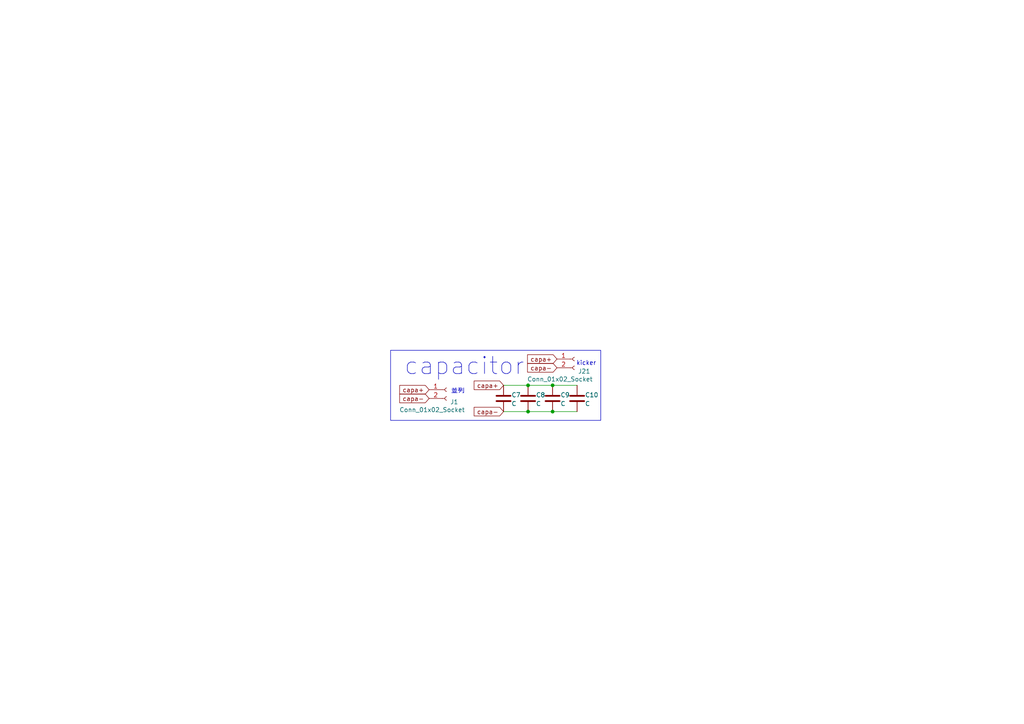
<source format=kicad_sch>
(kicad_sch (version 20230121) (generator eeschema)
  (paper "A4")
  (lib_symbols
    (symbol "Connector:Conn_01x02_Socket" (pin_names (offset 1.016) hide)
      (property "Reference" "J" (at 0 2.54 0))
      (property "Value" "Conn_01x02_Socket" (at 0 -5.08 0))
      (symbol "Conn_01x02_Socket_1_1"
        (arc (start 0 -2.032) (mid -0.5058 -2.54) (end 0 -3.048) (stroke (width 0.1524)))
        (polyline (pts (xy -1.27 -2.54) (xy -0.508 -2.54)) (stroke (width 0.1524)))
        (polyline (pts (xy -1.27 0) (xy -0.508 0)) (stroke (width 0.1524)))
        (arc (start 0 0.508) (mid -0.5058 0) (end 0 -0.508) (stroke (width 0.1524)))
        (pin passive line (at -5.08 0 0) (length 3.81) (name "Pin_1") (number "1"))
        (pin passive line (at -5.08 -2.54 0) (length 3.81) (name "Pin_2") (number "2"))
      )
    )
    (symbol "Device:C" (pin_numbers hide) (pin_names (offset 0.254))
      (property "Reference" "C" (at 0.635 2.54 0))
      (property "Value" "C" (at 0.635 -2.54 0))
      (symbol "C_0_1"
        (polyline (pts (xy -2.032 -0.762) (xy 2.032 -0.762)) (stroke (width 0.508)))
        (polyline (pts (xy -2.032 0.762) (xy 2.032 0.762)) (stroke (width 0.508)))
      )
      (symbol "C_1_1"
        (pin passive line (at 0 3.81 270) (length 2.794) (name "~") (number "1"))
        (pin passive line (at 0 -3.81 90) (length 2.794) (name "~") (number "2"))
      )
    )
  )
  (junction (at 153.162 111.76))
  (junction (at 160.274 111.76))
  (junction (at 153.162 119.38))
  (junction (at 160.274 119.38))
  (wire (pts (xy 146.05 119.38) (xy 153.162 119.38)))
  (wire (pts (xy 146.05 111.76) (xy 153.162 111.76)))
  (wire (pts (xy 153.162 119.38) (xy 160.274 119.38)))
  (wire (pts (xy 153.162 111.76) (xy 160.274 111.76)))
  (wire (pts (xy 160.274 119.38) (xy 167.386 119.38)))
  (wire (pts (xy 160.274 111.76) (xy 167.386 111.76)))
  (rectangle (start 113.284 101.6) (end 174.244 121.92))
  (text "並列" (at 130.81 114.3 0) (effects (font (size 1.27 1.27)) (justify left bottom)))
  (text "capacitor" (at 117.094 109.22 0) (effects (font (size 5 5)) (justify left bottom)))
  (text "kicker" (at 167.132 106.172 0) (effects (font (size 1.27 1.27)) (justify left bottom)))
  (global_label "capa+" (shape input) (at 146.05 111.76 180) (property "Intersheetrefs" "${INTERSHEET_REFS}" (effects hide)))
  (global_label "capa-" (shape input) (at 161.544 106.68 180) (property "Intersheetrefs" "${INTERSHEET_REFS}" (effects hide)))
  (global_label "capa-" (shape input) (at 124.46 115.57 180) (property "Intersheetrefs" "${INTERSHEET_REFS}" (effects hide)))
  (global_label "capa+" (shape input) (at 161.544 104.14 180) (property "Intersheetrefs" "${INTERSHEET_REFS}" (effects hide)))
  (global_label "capa-" (shape input) (at 146.05 119.38 180) (property "Intersheetrefs" "${INTERSHEET_REFS}" (effects hide)))
  (global_label "capa+" (shape input) (at 124.46 113.03 180) (property "Intersheetrefs" "${INTERSHEET_REFS}" (effects hide)))
  (symbol (lib_id "Device:C") (at 153.162 115.57 0) (unit 1)
    (property "Reference" "C8" (at 155.448 114.554 0) (effects (justify left)))
    (property "Value" "C" (at 155.448 117.094 0) (effects (justify left)))
    (property "Footprint" "Capacitor_THT:CP_Radial_D12.5mm_P5.00mm" (effects hide))
  )
  (symbol (lib_id "Connector:Conn_01x02_Socket") (at 129.54 113.03 0) (unit 1)
    (property "Reference" "J1" (at 130.556 116.586 0) (effects (justify left)))
    (property "Value" "Conn_01x02_Socket" (at 115.824 118.872 0) (effects (justify left)))
    (property "Footprint" "Connector_PinHeader_2.54mm:PinHeader_1x02_P2.54mm_Vertical" (effects hide))
  )
  (symbol (lib_id "Device:C") (at 160.274 115.57 0) (unit 1)
    (property "Reference" "C9" (at 162.56 114.554 0) (effects (justify left)))
    (property "Value" "C" (at 162.56 117.094 0) (effects (justify left)))
    (property "Footprint" "Capacitor_THT:CP_Radial_D12.5mm_P5.00mm" (effects hide))
  )
  (symbol (lib_id "Device:C") (at 146.05 115.57 0) (unit 1)
    (property "Reference" "C7" (at 148.336 114.554 0) (effects (justify left)))
    (property "Value" "C" (at 148.336 117.094 0) (effects (justify left)))
    (property "Footprint" "Capacitor_THT:CP_Radial_D12.5mm_P5.00mm" (effects hide))
  )
  (symbol (lib_id "Device:C") (at 167.386 115.57 0) (unit 1)
    (property "Reference" "C10" (at 169.672 114.554 0) (effects (justify left)))
    (property "Value" "C" (at 169.672 117.094 0) (effects (justify left)))
    (property "Footprint" "Capacitor_THT:CP_Radial_D12.5mm_P5.00mm" (effects hide))
  )
  (symbol (lib_id "Connector:Conn_01x02_Socket") (at 166.624 104.14 0) (unit 1)
    (property "Reference" "J21" (at 167.64 107.696 0) (effects (justify left)))
    (property "Value" "Conn_01x02_Socket" (at 152.908 109.982 0) (effects (justify left)))
    (property "Footprint" "Connector_PinHeader_2.54mm:PinHeader_1x02_P2.54mm_Vertical" (effects hide))
  )
)
</source>
